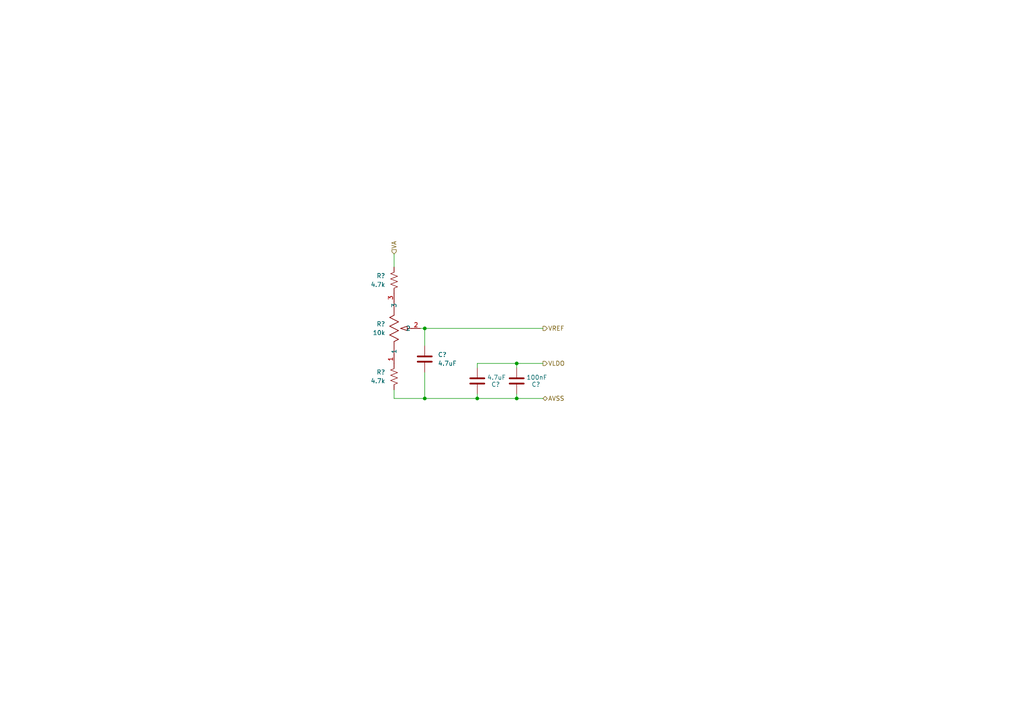
<source format=kicad_sch>
(kicad_sch (version 20231120) (generator "eeschema") (generator_version "8.0")
  (paper "A4")
  (lib_symbols
    (symbol "Device:C" (pin_numbers hide) (pin_names (offset 0.254))
      (property "Reference" "C" (at 0.635 2.54 0))
      (property "Value" "C" (at 0.635 -2.54 0))
      (symbol "C_0_1"
        (polyline (pts (xy -2.032 -0.762) (xy 2.032 -0.762)) (stroke (width 0.508)))
        (polyline (pts (xy -2.032 0.762) (xy 2.032 0.762)) (stroke (width 0.508)))
      )
      (symbol "C_1_1"
        (pin passive line (at 0 3.81 270) (length 2.794) (name "~") (number "1"))
        (pin passive line (at 0 -3.81 90) (length 2.794) (name "~") (number "2"))
      )
    )
    (symbol "Device:R_US" (pin_numbers hide) (pin_names (offset 0))
      (property "Reference" "R" (at 2.54 0 90))
      (property "Value" "R_US" (at -2.54 0 90))
      (symbol "R_US_0_1"
        (polyline (pts (xy 0 -2.286) (xy 0 -2.54)))
        (polyline (pts (xy 0 2.286) (xy 0 2.54)))
        (polyline (pts (xy 0 -0.762) (xy 1.016 -1.143) (xy 0 -1.524) (xy -1.016 -1.905) (xy 0 -2.286)))
        (polyline (pts (xy 0 0.762) (xy 1.016 0.381) (xy 0 0) (xy -1.016 -0.381) (xy 0 -0.762)))
        (polyline (pts (xy 0 2.286) (xy 1.016 1.905) (xy 0 1.524) (xy -1.016 1.143) (xy 0 0.762)))
      )
      (symbol "R_US_1_1"
        (pin passive line (at 0 3.81 270) (length 1.27) (name "~") (number "1"))
        (pin passive line (at 0 -3.81 90) (length 1.27) (name "~") (number "2"))
      )
    )
    (symbol "pot10turn:PV37W103C01B00" (pin_names (offset 0.254))
      (property "Reference" "R" (at 10.795 -3.175 0))
      (property "Value" "PV37W103C01B00" (at 10.795 -6.35 0))
      (symbol "PV37W103C01B00_1_1"
        (polyline (pts (xy 2.54 0) (xy 6.35 0)) (stroke (width 0.2032)))
        (polyline (pts (xy 6.35 0) (xy 6.985 1.27)) (stroke (width 0.2032)))
        (polyline (pts (xy 6.985 1.27) (xy 8.255 -1.27)) (stroke (width 0.2032)))
        (polyline (pts (xy 8.255 -1.27) (xy 9.525 1.27)) (stroke (width 0.2032)))
        (polyline (pts (xy 9.525 1.27) (xy 10.795 -1.27)) (stroke (width 0.2032)))
        (polyline (pts (xy 9.525 3.81) (xy 10.16 1.905)) (stroke (width 0.2032)))
        (polyline (pts (xy 9.525 3.81) (xy 10.795 3.81)) (stroke (width 0.2032)))
        (polyline (pts (xy 10.16 3.81) (xy 10.16 5.08)) (stroke (width 0.2032)))
        (polyline (pts (xy 10.795 -1.27) (xy 12.065 1.27)) (stroke (width 0.2032)))
        (polyline (pts (xy 10.795 3.81) (xy 10.16 1.905)) (stroke (width 0.2032)))
        (polyline (pts (xy 12.065 1.27) (xy 13.335 -1.27)) (stroke (width 0.2032)))
        (polyline (pts (xy 13.335 -1.27) (xy 13.97 0)) (stroke (width 0.2032)))
        (polyline (pts (xy 13.97 0) (xy 17.78 0)) (stroke (width 0.2032)))
        (pin unspecified line (at 0 0 0) (length 2.54) (name "1") (number "1"))
        (pin unspecified line (at 10.16 7.62 270) (length 2.54) (name "2") (number "2"))
        (pin unspecified line (at 20.32 0 180) (length 2.54) (name "3") (number "3"))
      )
      (symbol "PV37W103C01B00_1_2"
        (polyline (pts (xy -3.81 -10.795) (xy -3.81 -9.525)) (stroke (width 0.2032)))
        (polyline (pts (xy -3.81 -10.795) (xy -1.905 -10.16)) (stroke (width 0.2032)))
        (polyline (pts (xy -3.81 -10.16) (xy -5.08 -10.16)) (stroke (width 0.2032)))
        (polyline (pts (xy -3.81 -9.525) (xy -1.905 -10.16)) (stroke (width 0.2032)))
        (polyline (pts (xy -1.27 -13.335) (xy 1.27 -12.065)) (stroke (width 0.2032)))
        (polyline (pts (xy -1.27 -10.795) (xy 1.27 -9.525)) (stroke (width 0.2032)))
        (polyline (pts (xy -1.27 -8.255) (xy 1.27 -6.985)) (stroke (width 0.2032)))
        (polyline (pts (xy 0 -17.78) (xy 0 -13.97)) (stroke (width 0.2032)))
        (polyline (pts (xy 0 -13.97) (xy -1.27 -13.335)) (stroke (width 0.2032)))
        (polyline (pts (xy 0 -6.35) (xy 0 -2.54)) (stroke (width 0.2032)))
        (polyline (pts (xy 1.27 -12.065) (xy -1.27 -10.795)) (stroke (width 0.2032)))
        (polyline (pts (xy 1.27 -9.525) (xy -1.27 -8.255)) (stroke (width 0.2032)))
        (polyline (pts (xy 1.27 -6.985) (xy 0 -6.35)) (stroke (width 0.2032)))
        (pin unspecified line (at 0 0 270) (length 2.54) (name "1") (number "1"))
        (pin unspecified line (at -7.62 -10.16 0) (length 2.54) (name "2") (number "2"))
        (pin unspecified line (at 0 -20.32 90) (length 2.54) (name "3") (number "3"))
      )
    )
  )
  (junction (at 123.19 115.57))
  (junction (at 138.43 115.57))
  (junction (at 149.86 105.41))
  (junction (at 149.86 115.57))
  (junction (at 123.19 95.25))
  (wire (pts (xy 114.3 115.57) (xy 123.19 115.57)))
  (wire (pts (xy 138.43 115.57) (xy 138.43 114.3)))
  (wire (pts (xy 114.3 73.66) (xy 114.3 77.47)))
  (wire (pts (xy 149.86 105.41) (xy 157.48 105.41)))
  (wire (pts (xy 138.43 115.57) (xy 149.86 115.57)))
  (wire (pts (xy 123.19 100.33) (xy 123.19 95.25)))
  (wire (pts (xy 138.43 105.41) (xy 149.86 105.41)))
  (wire (pts (xy 138.43 105.41) (xy 138.43 106.68)))
  (wire (pts (xy 123.19 115.57) (xy 138.43 115.57)))
  (wire (pts (xy 149.86 115.57) (xy 157.48 115.57)))
  (wire (pts (xy 123.19 115.57) (xy 123.19 107.95)))
  (wire (pts (xy 149.86 105.41) (xy 149.86 106.68)))
  (wire (pts (xy 114.3 115.57) (xy 114.3 113.03)))
  (wire (pts (xy 149.86 115.57) (xy 149.86 114.3)))
  (wire (pts (xy 123.19 95.25) (xy 157.48 95.25)))
  (wire (pts (xy 123.19 95.25) (xy 121.92 95.25)))
  (hierarchical_label "VA" (shape input) (at 114.3 73.66 90))
  (hierarchical_label "VLDO" (shape output) (at 157.48 105.41 0))
  (hierarchical_label "AVSS" (shape bidirectional) (at 157.48 115.57 0))
  (hierarchical_label "VREF" (shape output) (at 157.48 95.25 0))
  (symbol (lib_id "Device:C") (at 138.43 110.49 0) (unit 1)
    (property "Reference" "C?" (at 143.764 111.506 0))
    (property "Value" "4.7uF" (at 144.018 109.474 0))
    (property "Description" "Unpolarized capacitor" (effects (hide yes)))
  )
  (symbol (lib_id "Device:R_US") (at 114.3 81.28 0) (mirror y) (unit 1)
    (property "Reference" "R?" (at 111.76 80.0099 0) (effects (justify left)))
    (property "Value" "4.7k" (at 111.76 82.5499 0) (effects (justify left)))
    (property "Description" "Resistor, US symbol" (effects (hide yes)))
  )
  (symbol (lib_id "Device:C") (at 149.86 110.49 0) (unit 1)
    (property "Reference" "C?" (at 155.448 111.506 0))
    (property "Value" "100nF" (at 155.702 109.474 0))
    (property "Description" "Unpolarized capacitor" (effects (hide yes)))
  )
  (symbol (lib_id "Device:C") (at 123.19 104.14 0) (unit 1)
    (property "Reference" "C?" (at 127 102.8699 0) (effects (justify left)))
    (property "Value" "4.7uF" (at 127 105.4099 0) (effects (justify left)))
    (property "Description" "Unpolarized capacitor" (effects (hide yes)))
  )
  (symbol (lib_id "pot10turn:PV37W103C01B00") (at 114.3 105.41 270) (mirror x) (unit 1)
    (property "Reference" "R?" (at 111.76 93.9799 90) (effects (justify right)))
    (property "Value" "10k" (at 111.76 96.5199 90) (effects (justify right)))
    (property "Footprint" "POT_PV37W_MUR" (effects (hide yes)))
    (property "Datasheet" "PV37W103C01B00" (effects (hide yes)))
  )
  (symbol (lib_id "Device:R_US") (at 114.3 109.22 0) (mirror y) (unit 1)
    (property "Reference" "R?" (at 111.76 107.9499 0) (effects (justify left)))
    (property "Value" "4.7k" (at 111.76 110.4899 0) (effects (justify left)))
    (property "Description" "Resistor, US symbol" (effects (hide yes)))
  )
)
</source>
